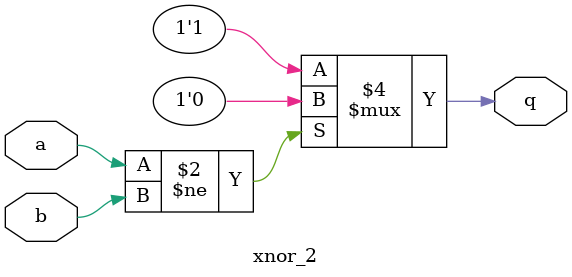
<source format=sv>
module xnor_2 (output logic q, input logic a, b);

always_comb begin

    if (a != b) begin

        q = 0;

    end

    else begin

        q = 1;

    end


end



endmodule
</source>
